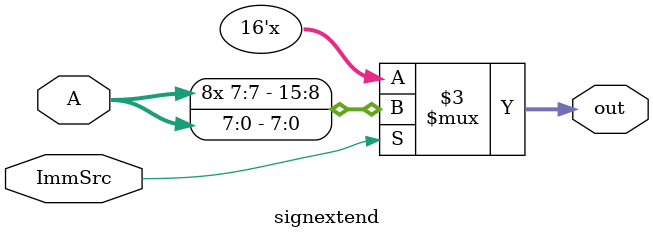
<source format=v>
`timescale 1ns / 1ps
module signextend(
    input [7:0] A,
    input ImmSrc,
    output reg [15:0] out
    );
always @* begin
    if (ImmSrc) begin
        out = {{8{A[7]}}, A};
    end
	 
end

endmodule

</source>
